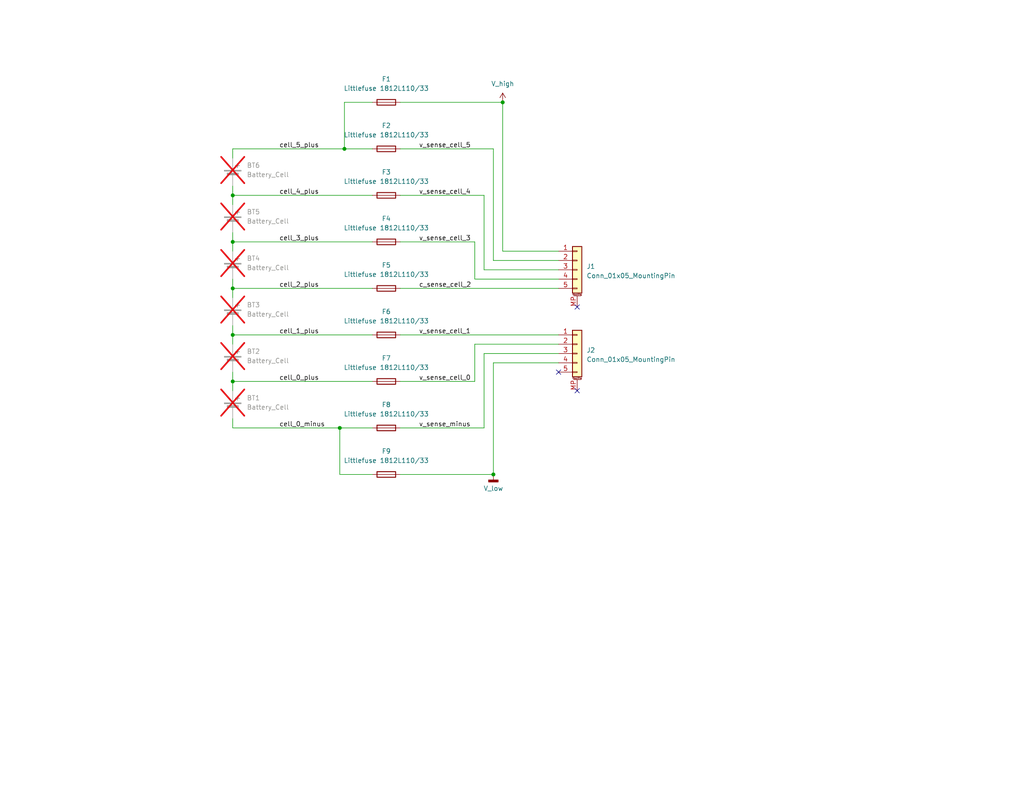
<source format=kicad_sch>
(kicad_sch (version 20250114) (generator "eeschema") (generator_version "9.0")
  (paper "A")
  (lib_symbols
    (symbol "Connector_Generic_MountingPin:Conn_01x05_MountingPin" (pin_names (offset 1.016) (hide yes))
      (property "Reference" "J" (at 0 7.62 0))
      (property "Value" "Conn_01x05_MountingPin" (at 1.27 -7.62 0))
      (symbol "Conn_01x05_MountingPin_1_1"
        (rectangle (start -1.27 6.35) (end 1.27 -6.35) (stroke (width 0.254)) (fill (type background)))
        (rectangle (start -1.27 5.207) (end 0 4.953) (stroke (width 0.1524)))
        (rectangle (start -1.27 2.667) (end 0 2.413) (stroke (width 0.1524)))
        (rectangle (start -1.27 0.127) (end 0 -0.127) (stroke (width 0.1524)))
        (rectangle (start -1.27 -2.413) (end 0 -2.667) (stroke (width 0.1524)))
        (rectangle (start -1.27 -4.953) (end 0 -5.207) (stroke (width 0.1524)))
        (polyline (pts (xy -1.016 -7.112) (xy 1.016 -7.112)) (stroke (width 0.1524)))
        (text "Mounting" (at 0 -6.731 0) (effects (font (size 0.381 0.381))))
        (pin passive line (at -5.08 5.08 0) (length 3.81) (name "Pin_1") (number "1"))
        (pin passive line (at -5.08 2.54 0) (length 3.81) (name "Pin_2") (number "2"))
        (pin passive line (at -5.08 0 0) (length 3.81) (name "Pin_3") (number "3"))
        (pin passive line (at -5.08 -2.54 0) (length 3.81) (name "Pin_4") (number "4"))
        (pin passive line (at -5.08 -5.08 0) (length 3.81) (name "Pin_5") (number "5"))
        (pin passive line (at 0 -10.16 90) (length 3.048) (name "MountPin") (number "MP"))
      )
    )
    (symbol "Device:Battery_Cell" (pin_numbers (hide yes)) (pin_names (offset 0) (hide yes))
      (property "Reference" "BT" (at 2.54 2.54 0))
      (property "Value" "Battery_Cell" (at 2.54 0 0))
      (symbol "Battery_Cell_0_1"
        (rectangle (start -2.286 1.778) (end 2.286 1.524) (fill (type outline)))
        (rectangle (start -1.524 1.016) (end 1.524 0.508) (fill (type outline)))
        (polyline (pts (xy 0 1.778) (xy 0 2.54)))
        (polyline (pts (xy 0 0.762) (xy 0 0)))
        (polyline (pts (xy 0.762 3.048) (xy 1.778 3.048)) (stroke (width 0.254)))
        (polyline (pts (xy 1.27 3.556) (xy 1.27 2.54)) (stroke (width 0.254)))
      )
      (symbol "Battery_Cell_1_1"
        (pin passive line (at 0 5.08 270) (length 2.54) (name "+") (number "1"))
        (pin passive line (at 0 -2.54 90) (length 2.54) (name "-") (number "2"))
      )
    )
    (symbol "Device:Fuse" (pin_numbers (hide yes)) (pin_names (offset 0))
      (property "Reference" "F" (at 2.032 0 90))
      (property "Value" "Fuse" (at -1.905 0 90))
      (symbol "Fuse_0_1"
        (rectangle (start -0.762 -2.54) (end 0.762 2.54) (stroke (width 0.254)))
        (polyline (pts (xy 0 2.54) (xy 0 -2.54)))
      )
      (symbol "Fuse_1_1"
        (pin passive line (at 0 3.81 270) (length 1.27) (name "~") (number "1"))
        (pin passive line (at 0 -3.81 90) (length 1.27) (name "~") (number "2"))
      )
    )
    (symbol "power:GNDD" (power) (pin_numbers (hide yes)) (pin_names (offset 0) (hide yes))
      (property "Value" "GNDD" (at 0 -3.175 0))
      (symbol "GNDD_0_1"
        (rectangle (start -1.27 -1.524) (end 1.27 -2.032) (stroke (width 0.254)) (fill (type outline)))
        (polyline (pts (xy 0 0) (xy 0 -1.524)))
      )
      (symbol "GNDD_1_1"
        (pin power_in line (at 0 0 270) (length 0) (name "~") (number "1"))
      )
    )
    (symbol "power:VAA" (power) (pin_numbers (hide yes)) (pin_names (offset 0) (hide yes))
      (property "Value" "VAA" (at 0 3.556 0))
      (symbol "VAA_0_1"
        (polyline (pts (xy -0.762 1.27) (xy 0 2.54)))
        (polyline (pts (xy 0 2.54) (xy 0.762 1.27)))
        (polyline (pts (xy 0 0) (xy 0 2.54)))
      )
      (symbol "VAA_1_1"
        (pin power_in line (at 0 0 90) (length 0) (name "~") (number "1"))
      )
    )
  )
  (junction (at 63.5 78.74))
  (junction (at 63.5 53.34))
  (junction (at 93.98 40.64))
  (junction (at 63.5 91.44))
  (junction (at 63.5 66.04))
  (junction (at 92.71 116.84))
  (junction (at 63.5 104.14))
  (junction (at 134.62 129.54))
  (junction (at 137.16 27.94))
  (no_connect (at 157.48 106.68))
  (no_connect (at 157.48 83.82))
  (no_connect (at 152.4 101.6))
  (wire (pts (xy 134.62 71.12) (xy 134.62 40.64)))
  (wire (pts (xy 152.4 93.98) (xy 129.54 93.98)))
  (wire (pts (xy 63.5 91.44) (xy 63.5 93.98)))
  (wire (pts (xy 132.08 96.52) (xy 132.08 116.84)))
  (wire (pts (xy 137.16 68.58) (xy 152.4 68.58)))
  (wire (pts (xy 109.22 27.94) (xy 137.16 27.94)))
  (wire (pts (xy 63.5 40.64) (xy 63.5 43.18)))
  (wire (pts (xy 129.54 66.04) (xy 109.22 66.04)))
  (wire (pts (xy 109.22 78.74) (xy 152.4 78.74)))
  (wire (pts (xy 93.98 27.94) (xy 93.98 40.64)))
  (wire (pts (xy 101.6 91.44) (xy 63.5 91.44)))
  (wire (pts (xy 129.54 93.98) (xy 129.54 104.14)))
  (wire (pts (xy 63.5 114.3) (xy 63.5 116.84)))
  (wire (pts (xy 63.5 78.74) (xy 63.5 81.28)))
  (wire (pts (xy 152.4 99.06) (xy 134.62 99.06)))
  (wire (pts (xy 134.62 40.64) (xy 109.22 40.64)))
  (wire (pts (xy 129.54 76.2) (xy 129.54 66.04)))
  (wire (pts (xy 63.5 88.9) (xy 63.5 91.44)))
  (wire (pts (xy 152.4 76.2) (xy 129.54 76.2)))
  (wire (pts (xy 101.6 129.54) (xy 92.71 129.54)))
  (wire (pts (xy 101.6 78.74) (xy 63.5 78.74)))
  (wire (pts (xy 101.6 66.04) (xy 63.5 66.04)))
  (wire (pts (xy 101.6 40.64) (xy 93.98 40.64)))
  (wire (pts (xy 63.5 104.14) (xy 63.5 106.68)))
  (wire (pts (xy 92.71 116.84) (xy 101.6 116.84)))
  (wire (pts (xy 152.4 96.52) (xy 132.08 96.52)))
  (wire (pts (xy 63.5 63.5) (xy 63.5 66.04)))
  (wire (pts (xy 101.6 53.34) (xy 63.5 53.34)))
  (wire (pts (xy 93.98 40.64) (xy 63.5 40.64)))
  (wire (pts (xy 63.5 53.34) (xy 63.5 55.88)))
  (wire (pts (xy 92.71 129.54) (xy 92.71 116.84)))
  (wire (pts (xy 101.6 104.14) (xy 63.5 104.14)))
  (wire (pts (xy 63.5 76.2) (xy 63.5 78.74)))
  (wire (pts (xy 134.62 99.06) (xy 134.62 129.54)))
  (wire (pts (xy 109.22 91.44) (xy 152.4 91.44)))
  (wire (pts (xy 63.5 50.8) (xy 63.5 53.34)))
  (wire (pts (xy 132.08 53.34) (xy 132.08 73.66)))
  (wire (pts (xy 137.16 27.94) (xy 137.16 68.58)))
  (wire (pts (xy 109.22 104.14) (xy 129.54 104.14)))
  (wire (pts (xy 63.5 66.04) (xy 63.5 68.58)))
  (wire (pts (xy 63.5 101.6) (xy 63.5 104.14)))
  (wire (pts (xy 132.08 116.84) (xy 109.22 116.84)))
  (wire (pts (xy 109.22 129.54) (xy 134.62 129.54)))
  (wire (pts (xy 132.08 73.66) (xy 152.4 73.66)))
  (wire (pts (xy 109.22 53.34) (xy 132.08 53.34)))
  (wire (pts (xy 152.4 71.12) (xy 134.62 71.12)))
  (wire (pts (xy 63.5 116.84) (xy 92.71 116.84)))
  (wire (pts (xy 101.6 27.94) (xy 93.98 27.94)))
  (label "v_sense_cell_4" (at 114.3 53.34 0))
  (label "cell_5_plus" (at 76.2 40.64 0))
  (label "cell_2_plus" (at 76.2 78.74 0))
  (label "cell_3_plus" (at 76.2 66.04 0))
  (label "cell_4_plus" (at 76.2 53.34 0))
  (label "cell_0_plus" (at 76.2 104.14 0))
  (label "v_sense_cell_0" (at 114.3 104.14 0))
  (label "v_sense_cell_1" (at 114.3 91.44 0))
  (label "v_sense_cell_5" (at 114.3 40.64 0))
  (label "cell_0_minus" (at 76.2 116.84 0))
  (label "c_sense_cell_2" (at 114.3 78.74 0))
  (label "cell_1_plus" (at 76.2 91.44 0))
  (label "v_sense_cell_3" (at 114.3 66.04 0))
  (label "v_sense_minus" (at 114.3 116.84 0))
  (symbol (lib_id "Device:Battery_Cell") (at 63.5 111.76 0) (unit 1) (on_board no) (dnp yes)
    (property "Reference" "BT1" (at 67.31 108.6484 0) (effects (justify left)))
    (property "Value" "Battery_Cell" (at 67.31 111.1884 0) (effects (justify left)))
    (property "Description" "Single-cell battery" (effects (hide yes)))
  )
  (symbol (lib_id "Device:Fuse") (at 105.41 78.74 90) (unit 1)
    (property "Reference" "F5" (at 105.41 72.39 90))
    (property "Value" "Littlefuse 1812L110/33" (at 105.41 74.93 90))
    (property "Footprint" "Fuse:Fuse_1812_4532Metric_Pad1.30x3.40mm_HandSolder" (effects (hide yes)))
    (property "Description" "Fuse" (effects (hide yes)))
  )
  (symbol (lib_id "Connector_Generic_MountingPin:Conn_01x05_MountingPin") (at 157.48 96.52 0) (unit 1)
    (property "Reference" "J2" (at 160.02 95.6055 0) (effects (justify left)))
    (property "Value" "Conn_01x05_MountingPin" (at 160.02 98.1455 0) (effects (justify left)))
    (property "Footprint" "FS_4_Global_Footprint_Library:CON_5019510550" (effects (hide yes)))
    (property "Description" "Generic connectable mounting pin connector, single row, 01x05, script generated (kicad-library-utils/schlib/autogen/connector/)" (effects (hide yes)))
  )
  (symbol (lib_id "Device:Fuse") (at 105.41 129.54 90) (unit 1)
    (property "Reference" "F9" (at 105.41 123.19 90))
    (property "Value" "Littlefuse 1812L110/33" (at 105.41 125.73 90))
    (property "Footprint" "Fuse:Fuse_1812_4532Metric_Pad1.30x3.40mm_HandSolder" (effects (hide yes)))
    (property "Description" "Fuse" (effects (hide yes)))
  )
  (symbol (lib_id "Device:Fuse") (at 105.41 53.34 90) (unit 1)
    (property "Reference" "F3" (at 105.41 46.99 90))
    (property "Value" "Littlefuse 1812L110/33" (at 105.41 49.53 90))
    (property "Footprint" "Fuse:Fuse_1812_4532Metric_Pad1.30x3.40mm_HandSolder" (effects (hide yes)))
    (property "Description" "Fuse" (effects (hide yes)))
  )
  (symbol (lib_id "Device:Battery_Cell") (at 63.5 60.96 0) (unit 1) (on_board no) (dnp yes)
    (property "Reference" "BT5" (at 67.31 57.8484 0) (effects (justify left)))
    (property "Value" "Battery_Cell" (at 67.31 60.3884 0) (effects (justify left)))
    (property "Description" "Single-cell battery" (effects (hide yes)))
  )
  (symbol (lib_id "Device:Fuse") (at 105.41 27.94 90) (unit 1)
    (property "Reference" "F1" (at 105.41 21.59 90))
    (property "Value" "Littlefuse 1812L110/33" (at 105.41 24.13 90))
    (property "Footprint" "Fuse:Fuse_1812_4532Metric_Pad1.30x3.40mm_HandSolder" (effects (hide yes)))
    (property "Description" "Fuse" (effects (hide yes)))
  )
  (symbol (lib_id "Device:Battery_Cell") (at 63.5 73.66 0) (unit 1) (on_board no) (dnp yes)
    (property "Reference" "BT4" (at 67.31 70.5484 0) (effects (justify left)))
    (property "Value" "Battery_Cell" (at 67.31 73.0884 0) (effects (justify left)))
    (property "Description" "Single-cell battery" (effects (hide yes)))
  )
  (symbol (lib_id "Device:Fuse") (at 105.41 40.64 90) (unit 1)
    (property "Reference" "F2" (at 105.41 34.29 90))
    (property "Value" "Littlefuse 1812L110/33" (at 105.41 36.83 90))
    (property "Footprint" "Fuse:Fuse_1812_4532Metric_Pad1.30x3.40mm_HandSolder" (effects (hide yes)))
    (property "Description" "Fuse" (effects (hide yes)))
  )
  (symbol (lib_id "Device:Fuse") (at 105.41 91.44 90) (unit 1)
    (property "Reference" "F6" (at 105.41 85.09 90))
    (property "Value" "Littlefuse 1812L110/33" (at 105.41 87.63 90))
    (property "Footprint" "Fuse:Fuse_1812_4532Metric_Pad1.30x3.40mm_HandSolder" (effects (hide yes)))
    (property "Description" "Fuse" (effects (hide yes)))
  )
  (symbol (lib_id "Device:Battery_Cell") (at 63.5 86.36 0) (unit 1) (on_board no) (dnp yes)
    (property "Reference" "BT3" (at 67.31 83.2484 0) (effects (justify left)))
    (property "Value" "Battery_Cell" (at 67.31 85.7884 0) (effects (justify left)))
    (property "Description" "Single-cell battery" (effects (hide yes)))
  )
  (symbol (lib_id "Device:Fuse") (at 105.41 66.04 90) (unit 1)
    (property "Reference" "F4" (at 105.41 59.69 90))
    (property "Value" "Littlefuse 1812L110/33" (at 105.41 62.23 90))
    (property "Footprint" "Fuse:Fuse_1812_4532Metric_Pad1.30x3.40mm_HandSolder" (effects (hide yes)))
    (property "Description" "Fuse" (effects (hide yes)))
  )
  (symbol (lib_id "Device:Fuse") (at 105.41 116.84 90) (unit 1)
    (property "Reference" "F8" (at 105.41 110.49 90))
    (property "Value" "Littlefuse 1812L110/33" (at 105.41 113.03 90))
    (property "Footprint" "Fuse:Fuse_1812_4532Metric_Pad1.30x3.40mm_HandSolder" (effects (hide yes)))
    (property "Description" "Fuse" (effects (hide yes)))
  )
  (symbol (lib_id "power:GNDD") (at 134.62 129.54 0) (unit 1)
    (property "Reference" "#PWR02" (effects (hide yes)))
    (property "Value" "V_low" (at 134.62 133.35 0))
    (property "Description" "Power symbol creates a global label with name \"GNDD\" , digital ground" (effects (hide yes)))
  )
  (symbol (lib_id "power:VAA") (at 137.16 27.94 0) (unit 1)
    (property "Reference" "#PWR01" (effects (hide yes)))
    (property "Value" "V_high" (at 137.16 22.86 0))
    (property "Description" "Power symbol creates a global label with name \"VAA\"" (effects (hide yes)))
  )
  (symbol (lib_id "Connector_Generic_MountingPin:Conn_01x05_MountingPin") (at 157.48 73.66 0) (unit 1)
    (property "Reference" "J1" (at 160.02 72.7455 0) (effects (justify left)))
    (property "Value" "Conn_01x05_MountingPin" (at 160.02 75.2855 0) (effects (justify left)))
    (property "Footprint" "FS_4_Global_Footprint_Library:CON_5019510550" (effects (hide yes)))
    (property "Description" "Generic connectable mounting pin connector, single row, 01x05, script generated (kicad-library-utils/schlib/autogen/connector/)" (effects (hide yes)))
  )
  (symbol (lib_id "Device:Battery_Cell") (at 63.5 99.06 0) (unit 1) (on_board no) (dnp yes)
    (property "Reference" "BT2" (at 67.31 95.9484 0) (effects (justify left)))
    (property "Value" "Battery_Cell" (at 67.31 98.4884 0) (effects (justify left)))
    (property "Description" "Single-cell battery" (effects (hide yes)))
  )
  (symbol (lib_id "Device:Fuse") (at 105.41 104.14 90) (unit 1)
    (property "Reference" "F7" (at 105.41 97.79 90))
    (property "Value" "Littlefuse 1812L110/33" (at 105.41 100.33 90))
    (property "Footprint" "Fuse:Fuse_1812_4532Metric_Pad1.30x3.40mm_HandSolder" (effects (hide yes)))
    (property "Description" "Fuse" (effects (hide yes)))
  )
  (symbol (lib_id "Device:Battery_Cell") (at 63.5 48.26 0) (unit 1) (on_board no) (dnp yes)
    (property "Reference" "BT6" (at 67.31 45.1484 0) (effects (justify left)))
    (property "Value" "Battery_Cell" (at 67.31 47.6884 0) (effects (justify left)))
    (property "Description" "Single-cell battery" (effects (hide yes)))
  )
)
</source>
